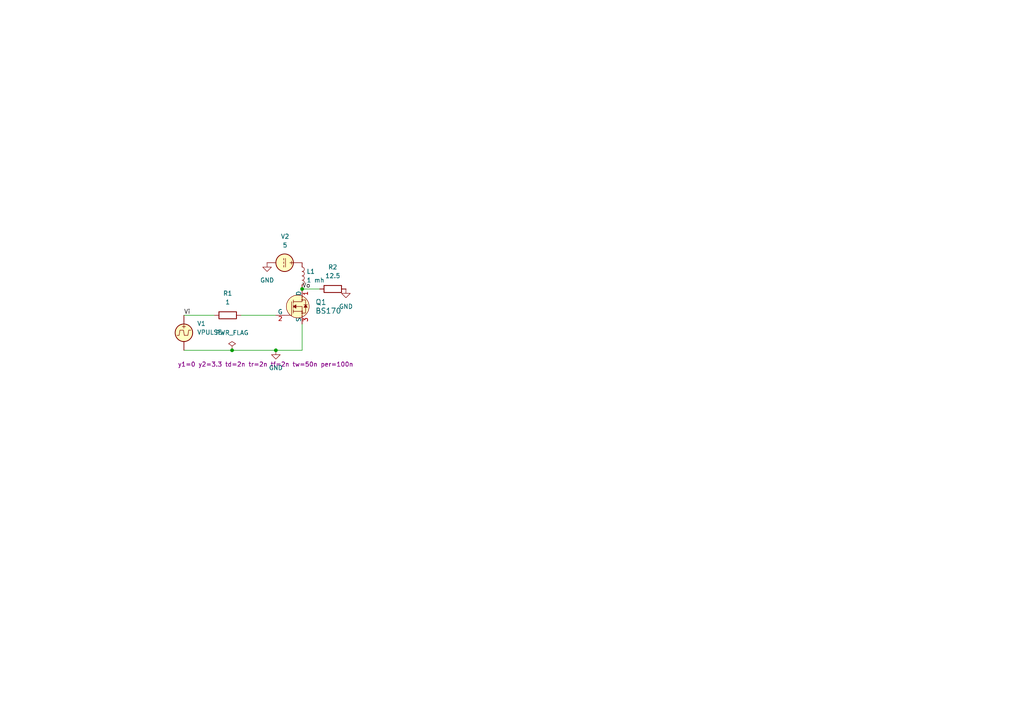
<source format=kicad_sch>
(kicad_sch (version 20231120) (generator "eeschema") (generator_version "8.0")
  (paper "A4")
  (lib_symbols
    (symbol "Device:L" (pin_numbers hide) (pin_names (offset 1.016) hide)
      (property "Reference" "L" (at -1.27 0 90))
      (property "Value" "L" (at 1.905 0 90))
      (symbol "L_0_1"
        (arc (start 0 -2.54) (mid 0.6323 -1.905) (end 0 -1.27))
        (arc (start 0 -1.27) (mid 0.6323 -0.635) (end 0 0))
        (arc (start 0 0) (mid 0.6323 0.635) (end 0 1.27))
        (arc (start 0 1.27) (mid 0.6323 1.905) (end 0 2.54))
      )
      (symbol "L_1_1"
        (pin passive line (at 0 3.81 270) (length 1.27) (name "1") (number "1"))
        (pin passive line (at 0 -3.81 90) (length 1.27) (name "2") (number "2"))
      )
    )
    (symbol "Device:R" (pin_numbers hide) (pin_names (offset 0))
      (property "Reference" "R" (at 2.032 0 90))
      (property "Value" "R" (at 0 0 90))
      (symbol "R_0_1"
        (rectangle (start -1.016 -2.54) (end 1.016 2.54) (stroke (width 0.254)))
      )
      (symbol "R_1_1"
        (pin passive line (at 0 3.81 270) (length 1.27) (name "~") (number "1"))
        (pin passive line (at 0 -3.81 90) (length 1.27) (name "~") (number "2"))
      )
    )
    (symbol "Simulation_SPICE:VDC" (pin_numbers hide) (pin_names (offset 0.0254))
      (property "Reference" "V" (at 2.54 2.54 0))
      (property "Value" "1" (at 2.54 0 0))
      (symbol "VDC_0_0"
        (polyline (pts (xy -1.27 0.254) (xy 1.27 0.254)))
        (polyline (pts (xy -0.762 -0.254) (xy -1.27 -0.254)))
        (polyline (pts (xy 0.254 -0.254) (xy -0.254 -0.254)))
        (polyline (pts (xy 1.27 -0.254) (xy 0.762 -0.254)))
        (text "+" (at 0 1.905 0) (effects (font (size 1.27 1.27))))
      )
      (symbol "VDC_0_1"
        (circle (center 0 0) (radius 2.54) (stroke (width 0.254)) (fill (type background)))
      )
      (symbol "VDC_1_1"
        (pin passive line (at 0 5.08 270) (length 2.54) (name "~") (number "1"))
        (pin passive line (at 0 -5.08 90) (length 2.54) (name "~") (number "2"))
      )
    )
    (symbol "Simulation_SPICE:VPULSE" (pin_numbers hide) (pin_names (offset 0.0254))
      (property "Reference" "V" (at 2.54 2.54 0))
      (property "Value" "VPULSE" (at 2.54 0 0))
      (property "Sim.Params" "y1=0 y2=1 td=2n tr=2n tf=2n tw=50n per=100n" (at 2.54 -2.54 0))
      (symbol "VPULSE_0_0"
        (polyline (pts (xy -2.032 -0.762) (xy -1.397 -0.762) (xy -1.143 0.762) (xy -0.127 0.762) (xy 0.127 -0.762) (xy 1.143 -0.762) (xy 1.397 0.762) (xy 2.032 0.762)))
        (text "+" (at 0 1.905 0) (effects (font (size 1.27 1.27))))
      )
      (symbol "VPULSE_0_1"
        (circle (center 0 0) (radius 2.54) (stroke (width 0.254)) (fill (type background)))
      )
      (symbol "VPULSE_1_1"
        (pin passive line (at 0 5.08 270) (length 2.54) (name "~") (number "1"))
        (pin passive line (at 0 -5.08 90) (length 2.54) (name "~") (number "2"))
      )
    )
    (symbol "dk_Transistors-FETs-MOSFETs-Single:BS170" (pin_names (offset 0))
      (property "Reference" "Q" (at -2.6924 3.6322 0))
      (property "Value" "BS170" (at 3.4544 0 90))
      (symbol "BS170_0_1"
        (circle (center -1.27 0) (radius 3.302) (fill (type background)))
        (circle (center 0 -1.905) (radius 0.127))
        (circle (center 0 -1.397) (radius 0.127))
        (polyline (pts (xy 0 -1.397) (xy -2.54 -1.397)))
        (polyline (pts (xy -5.08 -2.54) (xy -3.048 -2.54) (xy -3.048 1.397)))
        (polyline (pts (xy 0 -2.54) (xy 0 0) (xy -2.54 0)))
        (polyline (pts (xy 0 2.54) (xy 0 1.397) (xy -2.54 1.397)))
        (polyline (pts (xy -0.127 -1.905) (xy 1.016 -1.905) (xy 1.016 1.397) (xy 1.016 1.905) (xy -0.127 1.905)))
        (circle (center 0 1.905) (radius 0.127))
      )
      (symbol "BS170_1_1"
        (polyline (pts (xy -2.54 -1.397) (xy -2.54 -1.905)))
        (polyline (pts (xy -2.54 -1.397) (xy -2.54 -0.889)))
        (polyline (pts (xy -2.54 0) (xy -2.54 -0.508)))
        (polyline (pts (xy -2.54 0) (xy -2.54 0.508)))
        (polyline (pts (xy -2.54 1.905) (xy -2.54 0.889)))
        (polyline (pts (xy 1.524 0.508) (xy 0.508 0.508)))
        (polyline (pts (xy -2.54 0) (xy -1.778 0.508) (xy -1.778 -0.508) (xy -2.54 0)) (fill (type outline)))
        (polyline (pts (xy 1.016 0.508) (xy 0.508 -0.254) (xy 1.524 -0.254) (xy 1.016 0.508)) (fill (type outline)))
        (pin bidirectional line (at 0 5.08 270) (length 2.54) (name "D") (number "1"))
        (pin bidirectional line (at -7.62 -2.54 0) (length 2.54) (name "G") (number "2"))
        (pin bidirectional line (at 0 -5.08 90) (length 2.54) (name "S") (number "3"))
      )
    )
    (symbol "power:GND" (power) (pin_numbers hide) (pin_names (offset 0) hide)
      (property "Value" "GND" (at 0 -3.81 0))
      (symbol "GND_0_1"
        (polyline (pts (xy 0 0) (xy 0 -1.27) (xy 1.27 -1.27) (xy 0 -2.54) (xy -1.27 -1.27) (xy 0 -1.27)))
      )
      (symbol "GND_1_1"
        (pin power_in line (at 0 0 270) (length 0) (name "~") (number "1"))
      )
    )
    (symbol "power:PWR_FLAG" (power) (pin_numbers hide) (pin_names (offset 0) hide)
      (property "Value" "PWR_FLAG" (at 0 3.81 0))
      (symbol "PWR_FLAG_0_0"
        (pin power_out line (at 0 0 90) (length 0) (name "~") (number "1"))
      )
      (symbol "PWR_FLAG_0_1"
        (polyline (pts (xy 0 0) (xy 0 1.27) (xy -1.016 1.905) (xy 0 2.54) (xy 1.016 1.905) (xy 0 1.27)))
      )
    )
  )
  (junction (at 87.63 83.82))
  (junction (at 80.01 101.6))
  (junction (at 67.31 101.6))
  (wire (pts (xy 87.63 93.98) (xy 87.63 101.6)))
  (wire (pts (xy 69.85 91.44) (xy 80.01 91.44)))
  (wire (pts (xy 53.34 91.44) (xy 62.23 91.44)))
  (wire (pts (xy 67.31 101.6) (xy 80.01 101.6)))
  (wire (pts (xy 53.34 101.6) (xy 67.31 101.6)))
  (wire (pts (xy 87.63 83.82) (xy 92.71 83.82)))
  (wire (pts (xy 87.63 101.6) (xy 80.01 101.6)))
  (label "Vi" (at 53.34 91.44 0))
  (label "Vo" (at 87.63 83.82 0))
  (symbol (lib_id "power:GND") (at 80.01 101.6 0) (unit 1)
    (property "Reference" "#PWR01" (effects (hide yes)))
    (property "Value" "GND" (at 80.01 106.68 0))
    (property "Description" "Power symbol creates a global label with name \"GND\" , ground" (effects (hide yes)))
  )
  (symbol (lib_id "dk_Transistors-FETs-MOSFETs-Single:BS170") (at 87.63 88.9 0) (unit 1)
    (property "Reference" "Q1" (at 91.44 87.6299 0) (effects (font (size 1.524 1.524)) (justify left)))
    (property "Value" "BS170" (at 91.44 90.1699 0) (effects (font (size 1.524 1.524)) (justify left)))
    (property "Footprint" "digikey-footprints:TO-92-3" (effects (hide yes)))
    (property "Datasheet" "https://www.onsemi.com/pub/Collateral/BS170-D.PDF" (effects (hide yes)))
    (property "Description" "MOSFET N-CH 60V 500MA TO-92" (effects (hide yes)))
    (property "Digi-Key_PN" "BS170-ND" (effects (hide yes)))
    (property "MPN" "BS170" (effects (hide yes)))
    (property "Category" "Discrete Semiconductor Products" (effects (hide yes)))
    (property "Family" "Transistors - FETs, MOSFETs - Single" (effects (hide yes)))
    (property "DK_Datasheet_Link" "https://www.onsemi.com/pub/Collateral/BS170-D.PDF" (effects (hide yes)))
    (property "DK_Detail_Page" "/product-detail/en/on-semiconductor/BS170/BS170-ND/244280" (effects (hide yes)))
    (property "Description_1" "MOSFET N-CH 60V 500MA TO-92" (effects (hide yes)))
    (property "Manufacturer" "ON Semiconductor" (effects (hide yes)))
    (property "Status" "Active" (effects (hide yes)))
    (property "Sim.Device" "NMOS" (effects (hide yes)))
    (property "Sim.Type" "VDMOS" (effects (hide yes)))
    (property "Sim.Pins" "1=D 2=G 3=S" (effects (hide yes)))
  )
  (symbol (lib_id "power:GND") (at 100.33 83.82 0) (unit 1)
    (property "Reference" "#PWR03" (effects (hide yes)))
    (property "Value" "GND" (at 100.33 88.9 0))
    (property "Description" "Power symbol creates a global label with name \"GND\" , ground" (effects (hide yes)))
  )
  (symbol (lib_id "Device:R") (at 96.52 83.82 90) (unit 1)
    (property "Reference" "R2" (at 96.52 77.47 90))
    (property "Value" "12.5" (at 96.52 80.01 90))
    (property "Description" "Resistor" (effects (hide yes)))
  )
  (symbol (lib_id "power:GND") (at 77.47 76.2 0) (unit 1)
    (property "Reference" "#PWR02" (effects (hide yes)))
    (property "Value" "GND" (at 77.47 81.28 0))
    (property "Description" "Power symbol creates a global label with name \"GND\" , ground" (effects (hide yes)))
  )
  (symbol (lib_id "Device:R") (at 66.04 91.44 90) (unit 1)
    (property "Reference" "R1" (at 66.04 85.09 90))
    (property "Value" "1" (at 66.04 87.63 90))
    (property "Description" "Resistor" (effects (hide yes)))
  )
  (symbol (lib_id "power:PWR_FLAG") (at 67.31 101.6 0) (unit 1)
    (property "Reference" "#FLG01" (effects (hide yes)))
    (property "Value" "PWR_FLAG" (at 67.31 96.52 0))
    (property "Description" "Special symbol for telling ERC where power comes from" (effects (hide yes)))
  )
  (symbol (lib_id "Simulation_SPICE:VPULSE") (at 53.34 96.52 0) (unit 1)
    (property "Reference" "V1" (at 57.15 93.8501 0) (effects (justify left)))
    (property "Value" "VPULSE" (at 57.15 96.3901 0) (effects (justify left)))
    (property "Datasheet" "https://ngspice.sourceforge.io/docs/ngspice-html-manual/manual.xhtml#sec_Independent_Sources_for" (effects (hide yes)))
    (property "Description" "Voltage source, pulse" (effects (hide yes)))
    (property "Sim.Pins" "1=+ 2=-" (effects (hide yes)))
    (property "Sim.Type" "PULSE" (effects (hide yes)))
    (property "Sim.Device" "V" (effects (hide yes)))
    (property "Sim.Params" "y1=0 y2=3.3 td=2n tr=2n tf=2n tw=50n per=100n" (at 51.562 105.664 0) (effects (justify left)))
  )
  (symbol (lib_id "Simulation_SPICE:VDC") (at 82.55 76.2 270) (unit 1)
    (property "Reference" "V2" (at 82.6798 68.58 90))
    (property "Value" "5" (at 82.6798 71.12 90))
    (property "Datasheet" "https://ngspice.sourceforge.io/docs/ngspice-html-manual/manual.xhtml#sec_Independent_Sources_for" (effects (hide yes)))
    (property "Description" "Voltage source, DC" (effects (hide yes)))
    (property "Sim.Pins" "1=+ 2=-" (effects (hide yes)))
    (property "Sim.Type" "DC" (effects (hide yes)))
    (property "Sim.Device" "V" (effects (hide yes)))
  )
  (symbol (lib_id "Device:L") (at 87.63 80.01 0) (unit 1)
    (property "Reference" "L1" (at 88.9 78.7399 0) (effects (justify left)))
    (property "Value" "1 mh" (at 88.9 81.2799 0) (effects (justify left)))
    (property "Description" "Inductor" (effects (hide yes)))
  )
)
</source>
